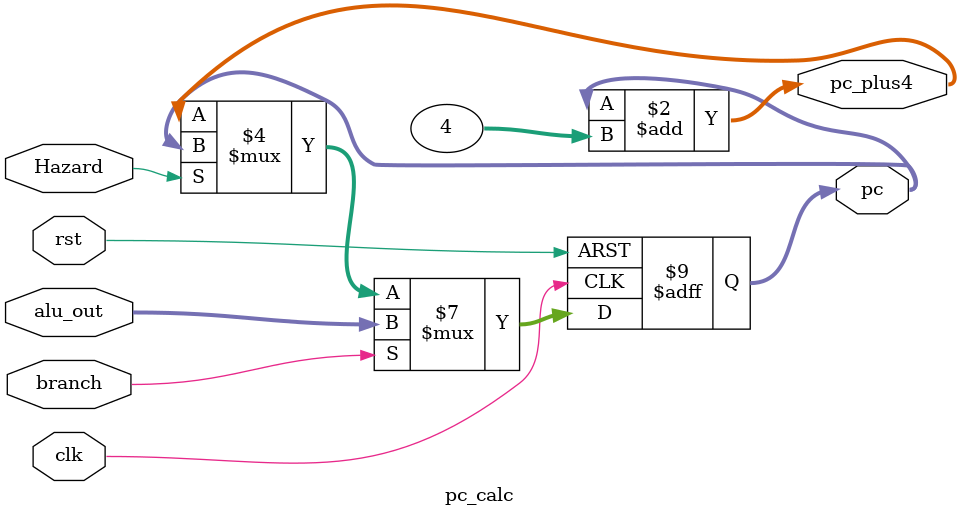
<source format=v>
`timescale 1ns / 1ps


module pc_calc
    (
    input Hazard,
    input clk,
    input rst, // ×¢ÒâÊÇÕýÓÐÐ§
    input branch,
    input [31:0] alu_out,
    output reg [31:0] pc,
    output [31:0] pc_plus4
    );
    
    always@(posedge clk or posedge rst) begin
        if (rst) pc <= 32'h8000_0000;
        else if (branch) pc <= alu_out;
        else begin
            if (Hazard) pc <= pc;
            else pc <= pc_plus4;
        end
    end
    
    assign pc_plus4 = pc + 32'h4;
    
endmodule

</source>
